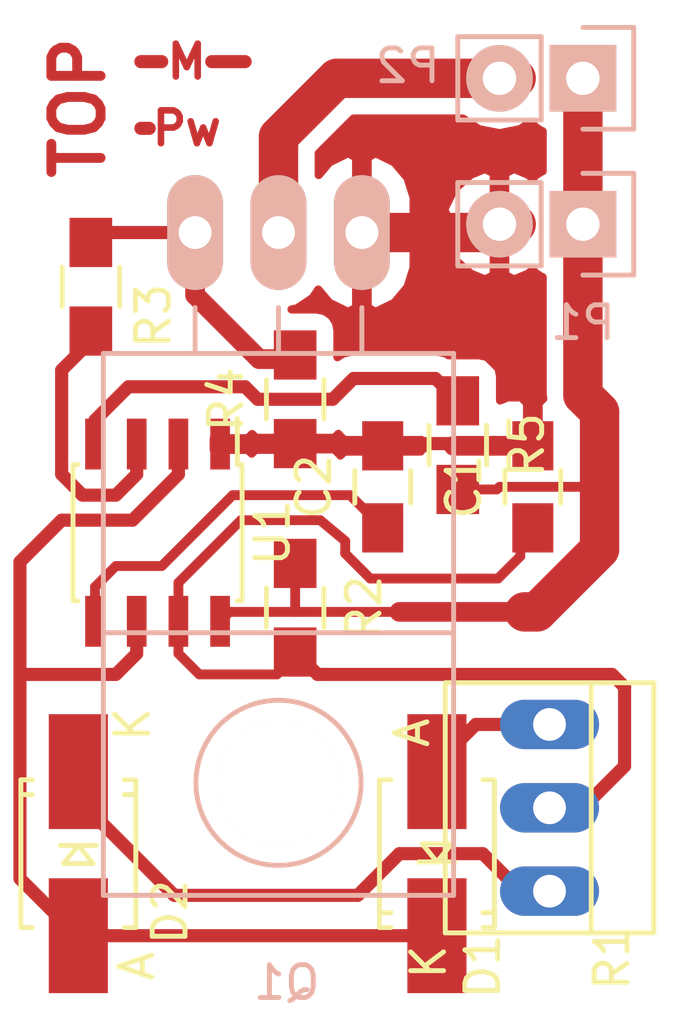
<source format=kicad_pcb>
(kicad_pcb (version 4) (host pcbnew 4.0.2-stable)

  (general
    (links 24)
    (no_connects 1)
    (area 170.460999 93.879999 190.981001 125.068001)
    (thickness 1.6)
    (drawings 8)
    (tracks 107)
    (zones 0)
    (modules 13)
    (nets 11)
  )

  (page A4)
  (layers
    (0 F.Cu signal)
    (31 B.Cu signal)
    (32 B.Adhes user)
    (33 F.Adhes user)
    (34 B.Paste user)
    (35 F.Paste user)
    (36 B.SilkS user)
    (37 F.SilkS user)
    (38 B.Mask user)
    (39 F.Mask user)
    (40 Dwgs.User user)
    (41 Cmts.User user)
    (42 Eco1.User user)
    (43 Eco2.User user)
    (44 Edge.Cuts user)
    (45 Margin user)
    (46 B.CrtYd user)
    (47 F.CrtYd user)
    (48 B.Fab user)
    (49 F.Fab user)
  )

  (setup
    (last_trace_width 0.4)
    (user_trace_width 0.3)
    (user_trace_width 0.4)
    (user_trace_width 0.5)
    (user_trace_width 0.6)
    (user_trace_width 0.8)
    (user_trace_width 1)
    (user_trace_width 1.2)
    (user_trace_width 1.5)
    (trace_clearance 0.15)
    (zone_clearance 0.5)
    (zone_45_only no)
    (trace_min 0.2)
    (segment_width 0.2)
    (edge_width 0.15)
    (via_size 0.6)
    (via_drill 0.4)
    (via_min_size 0.4)
    (via_min_drill 0.3)
    (uvia_size 0.3)
    (uvia_drill 0.1)
    (uvias_allowed no)
    (uvia_min_size 0.2)
    (uvia_min_drill 0.1)
    (pcb_text_width 0.3)
    (pcb_text_size 1.5 1.5)
    (mod_edge_width 0.15)
    (mod_text_size 1 1)
    (mod_text_width 0.15)
    (pad_size 5.6 5.6)
    (pad_drill 3.2)
    (pad_to_mask_clearance 0.2)
    (aux_axis_origin 0 0)
    (visible_elements 7FFFFFFF)
    (pcbplotparams
      (layerselection 0x02030_80000001)
      (usegerberextensions false)
      (excludeedgelayer true)
      (linewidth 0.100000)
      (plotframeref true)
      (viasonmask false)
      (mode 1)
      (useauxorigin false)
      (hpglpennumber 1)
      (hpglpenspeed 20)
      (hpglpendiameter 15)
      (hpglpenoverlay 2)
      (psnegative false)
      (psa4output false)
      (plotreference true)
      (plotvalue true)
      (plotinvisibletext false)
      (padsonsilk false)
      (subtractmaskfromsilk false)
      (outputformat 5)
      (mirror false)
      (drillshape 1)
      (scaleselection 1)
      (outputdirectory ""))
  )

  (net 0 "")
  (net 1 VCC)
  (net 2 GND)
  (net 3 "Net-(P2-Pad2)")
  (net 4 "Net-(D1-Pad2)")
  (net 5 "Net-(C1-Pad1)")
  (net 6 "Net-(D2-Pad1)")
  (net 7 "Net-(R3-Pad2)")
  (net 8 "Net-(D1-Pad1)")
  (net 9 "Net-(C2-Pad1)")
  (net 10 "Net-(Q1-Pad1)")

  (net_class Default "This is the default net class."
    (clearance 0.15)
    (trace_width 0.4)
    (via_dia 0.6)
    (via_drill 0.4)
    (uvia_dia 0.3)
    (uvia_drill 0.1)
    (add_net "Net-(C1-Pad1)")
    (add_net "Net-(C2-Pad1)")
    (add_net "Net-(D1-Pad1)")
    (add_net "Net-(D1-Pad2)")
    (add_net "Net-(D2-Pad1)")
    (add_net "Net-(Q1-Pad1)")
    (add_net "Net-(R3-Pad2)")
  )

  (net_class Supply ""
    (clearance 0.3)
    (trace_width 1.2)
    (via_dia 1)
    (via_drill 0.6)
    (uvia_dia 0.3)
    (uvia_drill 0.1)
    (add_net GND)
    (add_net "Net-(P2-Pad2)")
    (add_net VCC)
  )

  (module Resistors_SMD:R_0805_HandSoldering (layer F.Cu) (tedit 57A5CBF5) (tstamp 5787FF81)
    (at 173.228 102.616 270)
    (descr "Resistor SMD 0805, hand soldering")
    (tags "resistor 0805")
    (path /578804E9)
    (attr smd)
    (fp_text reference R3 (at 0.889 -1.905 270) (layer F.SilkS)
      (effects (font (size 1 1) (thickness 0.15)))
    )
    (fp_text value 330 (at 0 1.397 270) (layer F.Fab)
      (effects (font (size 1 1) (thickness 0.15)))
    )
    (fp_line (start -2.4 -1) (end 2.4 -1) (layer F.CrtYd) (width 0.05))
    (fp_line (start -2.4 1) (end 2.4 1) (layer F.CrtYd) (width 0.05))
    (fp_line (start -2.4 -1) (end -2.4 1) (layer F.CrtYd) (width 0.05))
    (fp_line (start 2.4 -1) (end 2.4 1) (layer F.CrtYd) (width 0.05))
    (fp_line (start 0.6 0.875) (end -0.6 0.875) (layer F.SilkS) (width 0.15))
    (fp_line (start -0.6 -0.875) (end 0.6 -0.875) (layer F.SilkS) (width 0.15))
    (pad 1 smd rect (at -1.35 0 270) (size 1.5 1.3) (layers F.Cu F.Paste F.Mask)
      (net 10 "Net-(Q1-Pad1)"))
    (pad 2 smd rect (at 1.35 0 270) (size 1.5 1.3) (layers F.Cu F.Paste F.Mask)
      (net 7 "Net-(R3-Pad2)"))
    (model Resistors_SMD.3dshapes/R_0805_HandSoldering.wrl
      (at (xyz 0 0 0))
      (scale (xyz 1 1 1))
      (rotate (xyz 0 0 0))
    )
  )

  (module Pin_Headers:Pin_Header_Straight_1x02 (layer B.Cu) (tedit 57A5CC6A) (tstamp 5787FF68)
    (at 188.214 100.711 90)
    (descr "Through hole pin header")
    (tags "pin header")
    (path /57880B28)
    (fp_text reference P1 (at -3 0 360) (layer B.SilkS)
      (effects (font (size 1 1) (thickness 0.15)) (justify mirror))
    )
    (fp_text value Power (at -2.413 -3.556 180) (layer B.Fab)
      (effects (font (size 1 1) (thickness 0.15)) (justify mirror))
    )
    (fp_line (start 1.27 -1.27) (end 1.27 -3.81) (layer B.SilkS) (width 0.15))
    (fp_line (start 1.55 1.55) (end 1.55 0) (layer B.SilkS) (width 0.15))
    (fp_line (start -1.75 1.75) (end -1.75 -4.3) (layer B.CrtYd) (width 0.05))
    (fp_line (start 1.75 1.75) (end 1.75 -4.3) (layer B.CrtYd) (width 0.05))
    (fp_line (start -1.75 1.75) (end 1.75 1.75) (layer B.CrtYd) (width 0.05))
    (fp_line (start -1.75 -4.3) (end 1.75 -4.3) (layer B.CrtYd) (width 0.05))
    (fp_line (start 1.27 -1.27) (end -1.27 -1.27) (layer B.SilkS) (width 0.15))
    (fp_line (start -1.55 0) (end -1.55 1.55) (layer B.SilkS) (width 0.15))
    (fp_line (start -1.55 1.55) (end 1.55 1.55) (layer B.SilkS) (width 0.15))
    (fp_line (start -1.27 -1.27) (end -1.27 -3.81) (layer B.SilkS) (width 0.15))
    (fp_line (start -1.27 -3.81) (end 1.27 -3.81) (layer B.SilkS) (width 0.15))
    (pad 1 thru_hole rect (at 0 0 90) (size 2.032 2.032) (drill 1.016) (layers *.Cu *.Mask B.SilkS)
      (net 1 VCC))
    (pad 2 thru_hole oval (at 0 -2.54 90) (size 2.032 2.032) (drill 1.016) (layers *.Cu *.Mask B.SilkS)
      (net 2 GND))
    (model Pin_Headers.3dshapes/Pin_Header_Straight_1x02.wrl
      (at (xyz 0 -0.05 0))
      (scale (xyz 1 1 1))
      (rotate (xyz 0 0 90))
    )
  )

  (module Housings_SOIC:SOIC-8_3.9x4.9mm_Pitch1.27mm (layer F.Cu) (tedit 54130A77) (tstamp 5788036F)
    (at 175.26 110.109 270)
    (descr "8-Lead Plastic Small Outline (SN) - Narrow, 3.90 mm Body [SOIC] (see Microchip Packaging Specification 00000049BS.pdf)")
    (tags "SOIC 1.27")
    (path /5787F617)
    (attr smd)
    (fp_text reference U1 (at 0 -3.5 270) (layer F.SilkS)
      (effects (font (size 1 1) (thickness 0.15)))
    )
    (fp_text value LM555N (at 0 3.5 270) (layer F.Fab)
      (effects (font (size 1 1) (thickness 0.15)))
    )
    (fp_line (start -3.75 -2.75) (end -3.75 2.75) (layer F.CrtYd) (width 0.05))
    (fp_line (start 3.75 -2.75) (end 3.75 2.75) (layer F.CrtYd) (width 0.05))
    (fp_line (start -3.75 -2.75) (end 3.75 -2.75) (layer F.CrtYd) (width 0.05))
    (fp_line (start -3.75 2.75) (end 3.75 2.75) (layer F.CrtYd) (width 0.05))
    (fp_line (start -2.075 -2.575) (end -2.075 -2.43) (layer F.SilkS) (width 0.15))
    (fp_line (start 2.075 -2.575) (end 2.075 -2.43) (layer F.SilkS) (width 0.15))
    (fp_line (start 2.075 2.575) (end 2.075 2.43) (layer F.SilkS) (width 0.15))
    (fp_line (start -2.075 2.575) (end -2.075 2.43) (layer F.SilkS) (width 0.15))
    (fp_line (start -2.075 -2.575) (end 2.075 -2.575) (layer F.SilkS) (width 0.15))
    (fp_line (start -2.075 2.575) (end 2.075 2.575) (layer F.SilkS) (width 0.15))
    (fp_line (start -2.075 -2.43) (end -3.475 -2.43) (layer F.SilkS) (width 0.15))
    (pad 1 smd rect (at -2.7 -1.905 270) (size 1.55 0.6) (layers F.Cu F.Paste F.Mask)
      (net 2 GND))
    (pad 2 smd rect (at -2.7 -0.635 270) (size 1.55 0.6) (layers F.Cu F.Paste F.Mask)
      (net 8 "Net-(D1-Pad1)"))
    (pad 3 smd rect (at -2.7 0.635 270) (size 1.55 0.6) (layers F.Cu F.Paste F.Mask)
      (net 7 "Net-(R3-Pad2)"))
    (pad 4 smd rect (at -2.7 1.905 270) (size 1.55 0.6) (layers F.Cu F.Paste F.Mask)
      (net 1 VCC))
    (pad 5 smd rect (at 2.7 1.905 270) (size 1.55 0.6) (layers F.Cu F.Paste F.Mask)
      (net 9 "Net-(C2-Pad1)"))
    (pad 6 smd rect (at 2.7 0.635 270) (size 1.55 0.6) (layers F.Cu F.Paste F.Mask)
      (net 8 "Net-(D1-Pad1)"))
    (pad 7 smd rect (at 2.7 -0.635 270) (size 1.55 0.6) (layers F.Cu F.Paste F.Mask)
      (net 5 "Net-(C1-Pad1)"))
    (pad 8 smd rect (at 2.7 -1.905 270) (size 1.55 0.6) (layers F.Cu F.Paste F.Mask)
      (net 1 VCC))
    (model Housings_SOIC.3dshapes/SOIC-8_3.9x4.9mm_Pitch1.27mm.wrl
      (at (xyz 0 0 0))
      (scale (xyz 1 1 1))
      (rotate (xyz 0 0 0))
    )
  )

  (module Pin_Headers:Pin_Header_Straight_1x02 (layer B.Cu) (tedit 57A5CC0A) (tstamp 5787FF6E)
    (at 188.214 96.266 90)
    (descr "Through hole pin header")
    (tags "pin header")
    (path /5788088C)
    (fp_text reference P2 (at 0.381 -5.334 360) (layer B.SilkS)
      (effects (font (size 1 1) (thickness 0.15)) (justify mirror))
    )
    (fp_text value Motor (at -0.889 -5.969 180) (layer B.Fab)
      (effects (font (size 1 1) (thickness 0.15)) (justify mirror))
    )
    (fp_line (start 1.27 -1.27) (end 1.27 -3.81) (layer B.SilkS) (width 0.15))
    (fp_line (start 1.55 1.55) (end 1.55 0) (layer B.SilkS) (width 0.15))
    (fp_line (start -1.75 1.75) (end -1.75 -4.3) (layer B.CrtYd) (width 0.05))
    (fp_line (start 1.75 1.75) (end 1.75 -4.3) (layer B.CrtYd) (width 0.05))
    (fp_line (start -1.75 1.75) (end 1.75 1.75) (layer B.CrtYd) (width 0.05))
    (fp_line (start -1.75 -4.3) (end 1.75 -4.3) (layer B.CrtYd) (width 0.05))
    (fp_line (start 1.27 -1.27) (end -1.27 -1.27) (layer B.SilkS) (width 0.15))
    (fp_line (start -1.55 0) (end -1.55 1.55) (layer B.SilkS) (width 0.15))
    (fp_line (start -1.55 1.55) (end 1.55 1.55) (layer B.SilkS) (width 0.15))
    (fp_line (start -1.27 -1.27) (end -1.27 -3.81) (layer B.SilkS) (width 0.15))
    (fp_line (start -1.27 -3.81) (end 1.27 -3.81) (layer B.SilkS) (width 0.15))
    (pad 1 thru_hole rect (at 0 0 90) (size 2.032 2.032) (drill 1.016) (layers *.Cu *.Mask B.SilkS)
      (net 1 VCC))
    (pad 2 thru_hole oval (at 0 -2.54 90) (size 2.032 2.032) (drill 1.016) (layers *.Cu *.Mask B.SilkS)
      (net 3 "Net-(P2-Pad2)"))
    (model Pin_Headers.3dshapes/Pin_Header_Straight_1x02.wrl
      (at (xyz 0 -0.05 0))
      (scale (xyz 1 1 1))
      (rotate (xyz 0 0 90))
    )
  )

  (module Connect:PINHEAD1-3 (layer F.Cu) (tedit 57A5CCA4) (tstamp 5787FF75)
    (at 187.198 118.491 270)
    (path /5787FB17)
    (attr virtual)
    (fp_text reference R1 (at 4.572 -1.905 270) (layer F.SilkS)
      (effects (font (size 1 1) (thickness 0.15)))
    )
    (fp_text value 100k (at 0 3.81 270) (layer F.Fab)
      (effects (font (size 1 1) (thickness 0.15)))
    )
    (fp_line (start -3.81 -3.175) (end -3.81 3.175) (layer F.SilkS) (width 0.15))
    (fp_line (start 3.81 -3.175) (end 3.81 3.175) (layer F.SilkS) (width 0.15))
    (fp_line (start 3.81 -1.27) (end -3.81 -1.27) (layer F.SilkS) (width 0.15))
    (fp_line (start -3.81 -3.175) (end 3.81 -3.175) (layer F.SilkS) (width 0.15))
    (fp_line (start 3.81 3.175) (end -3.81 3.175) (layer F.SilkS) (width 0.15))
    (pad 1 thru_hole oval (at -2.54 0 270) (size 1.50622 3.01498) (drill 0.99822) (layers *.Cu *.Mask)
      (net 4 "Net-(D1-Pad2)"))
    (pad 2 thru_hole oval (at 0 0 270) (size 1.50622 3.01498) (drill 0.99822) (layers *.Cu *.Mask)
      (net 5 "Net-(C1-Pad1)"))
    (pad 3 thru_hole oval (at 2.54 0 270) (size 1.50622 3.01498) (drill 0.99822) (layers *.Cu *.Mask)
      (net 6 "Net-(D2-Pad1)"))
  )

  (module Resistors_SMD:R_0805_HandSoldering (layer F.Cu) (tedit 54189DEE) (tstamp 5787FF7B)
    (at 179.451 112.395 270)
    (descr "Resistor SMD 0805, hand soldering")
    (tags "resistor 0805")
    (path /5787FDA1)
    (attr smd)
    (fp_text reference R2 (at 0 -2.1 270) (layer F.SilkS)
      (effects (font (size 1 1) (thickness 0.15)))
    )
    (fp_text value 1k (at 0 2.1 270) (layer F.Fab)
      (effects (font (size 1 1) (thickness 0.15)))
    )
    (fp_line (start -2.4 -1) (end 2.4 -1) (layer F.CrtYd) (width 0.05))
    (fp_line (start -2.4 1) (end 2.4 1) (layer F.CrtYd) (width 0.05))
    (fp_line (start -2.4 -1) (end -2.4 1) (layer F.CrtYd) (width 0.05))
    (fp_line (start 2.4 -1) (end 2.4 1) (layer F.CrtYd) (width 0.05))
    (fp_line (start 0.6 0.875) (end -0.6 0.875) (layer F.SilkS) (width 0.15))
    (fp_line (start -0.6 -0.875) (end 0.6 -0.875) (layer F.SilkS) (width 0.15))
    (pad 1 smd rect (at -1.35 0 270) (size 1.5 1.3) (layers F.Cu F.Paste F.Mask)
      (net 1 VCC))
    (pad 2 smd rect (at 1.35 0 270) (size 1.5 1.3) (layers F.Cu F.Paste F.Mask)
      (net 5 "Net-(C1-Pad1)"))
    (model Resistors_SMD.3dshapes/R_0805_HandSoldering.wrl
      (at (xyz 0 0 0))
      (scale (xyz 1 1 1))
      (rotate (xyz 0 0 0))
    )
  )

  (module Resistors_SMD:R_0805_HandSoldering (layer F.Cu) (tedit 57896962) (tstamp 5787FF87)
    (at 179.451 106.045 90)
    (descr "Resistor SMD 0805, hand soldering")
    (tags "resistor 0805")
    (path /57881EB0)
    (attr smd)
    (fp_text reference R4 (at 0 -2.1 90) (layer F.SilkS)
      (effects (font (size 1 1) (thickness 0.15)))
    )
    (fp_text value 470k (at 0 2.1 180) (layer F.Fab)
      (effects (font (size 1 1) (thickness 0.15)))
    )
    (fp_line (start -2.4 -1) (end 2.4 -1) (layer F.CrtYd) (width 0.05))
    (fp_line (start -2.4 1) (end 2.4 1) (layer F.CrtYd) (width 0.05))
    (fp_line (start -2.4 -1) (end -2.4 1) (layer F.CrtYd) (width 0.05))
    (fp_line (start 2.4 -1) (end 2.4 1) (layer F.CrtYd) (width 0.05))
    (fp_line (start 0.6 0.875) (end -0.6 0.875) (layer F.SilkS) (width 0.15))
    (fp_line (start -0.6 -0.875) (end 0.6 -0.875) (layer F.SilkS) (width 0.15))
    (pad 1 smd rect (at -1.35 0 90) (size 1.5 1.3) (layers F.Cu F.Paste F.Mask)
      (net 2 GND))
    (pad 2 smd rect (at 1.35 0 90) (size 1.5 1.3) (layers F.Cu F.Paste F.Mask)
      (net 10 "Net-(Q1-Pad1)"))
    (model Resistors_SMD.3dshapes/R_0805_HandSoldering.wrl
      (at (xyz 0 0 0))
      (scale (xyz 1 1 1))
      (rotate (xyz 0 0 0))
    )
  )

  (module Capacitors_SMD:C_0805_HandSoldering (layer F.Cu) (tedit 541A9B8D) (tstamp 578801A0)
    (at 186.69 108.712 90)
    (descr "Capacitor SMD 0805, hand soldering")
    (tags "capacitor 0805")
    (path /57880124)
    (attr smd)
    (fp_text reference C1 (at 0 -2.1 90) (layer F.SilkS)
      (effects (font (size 1 1) (thickness 0.15)))
    )
    (fp_text value 103 (at 0 2.1 90) (layer F.Fab)
      (effects (font (size 1 1) (thickness 0.15)))
    )
    (fp_line (start -2.3 -1) (end 2.3 -1) (layer F.CrtYd) (width 0.05))
    (fp_line (start -2.3 1) (end 2.3 1) (layer F.CrtYd) (width 0.05))
    (fp_line (start -2.3 -1) (end -2.3 1) (layer F.CrtYd) (width 0.05))
    (fp_line (start 2.3 -1) (end 2.3 1) (layer F.CrtYd) (width 0.05))
    (fp_line (start 0.5 -0.85) (end -0.5 -0.85) (layer F.SilkS) (width 0.15))
    (fp_line (start -0.5 0.85) (end 0.5 0.85) (layer F.SilkS) (width 0.15))
    (pad 1 smd rect (at -1.25 0 90) (size 1.5 1.25) (layers F.Cu F.Paste F.Mask)
      (net 5 "Net-(C1-Pad1)"))
    (pad 2 smd rect (at 1.25 0 90) (size 1.5 1.25) (layers F.Cu F.Paste F.Mask)
      (net 2 GND))
    (model Capacitors_SMD.3dshapes/C_0805_HandSoldering.wrl
      (at (xyz 0 0 0))
      (scale (xyz 1 1 1))
      (rotate (xyz 0 0 0))
    )
  )

  (module Capacitors_SMD:C_0805_HandSoldering (layer F.Cu) (tedit 541A9B8D) (tstamp 578801AC)
    (at 182.118 108.712 90)
    (descr "Capacitor SMD 0805, hand soldering")
    (tags "capacitor 0805")
    (path /578800CD)
    (attr smd)
    (fp_text reference C2 (at 0 -2.1 90) (layer F.SilkS)
      (effects (font (size 1 1) (thickness 0.15)))
    )
    (fp_text value 104 (at 0 2.1 90) (layer F.Fab)
      (effects (font (size 1 1) (thickness 0.15)))
    )
    (fp_line (start -2.3 -1) (end 2.3 -1) (layer F.CrtYd) (width 0.05))
    (fp_line (start -2.3 1) (end 2.3 1) (layer F.CrtYd) (width 0.05))
    (fp_line (start -2.3 -1) (end -2.3 1) (layer F.CrtYd) (width 0.05))
    (fp_line (start 2.3 -1) (end 2.3 1) (layer F.CrtYd) (width 0.05))
    (fp_line (start 0.5 -0.85) (end -0.5 -0.85) (layer F.SilkS) (width 0.15))
    (fp_line (start -0.5 0.85) (end 0.5 0.85) (layer F.SilkS) (width 0.15))
    (pad 1 smd rect (at -1.25 0 90) (size 1.5 1.25) (layers F.Cu F.Paste F.Mask)
      (net 9 "Net-(C2-Pad1)"))
    (pad 2 smd rect (at 1.25 0 90) (size 1.5 1.25) (layers F.Cu F.Paste F.Mask)
      (net 2 GND))
    (model Capacitors_SMD.3dshapes/C_0805_HandSoldering.wrl
      (at (xyz 0 0 0))
      (scale (xyz 1 1 1))
      (rotate (xyz 0 0 0))
    )
  )

  (module Diodes_SMD:SMA_Handsoldering (layer F.Cu) (tedit 57A5CCB0) (tstamp 578801B2)
    (at 183.769 119.888 90)
    (descr "Diode SMA Handsoldering")
    (tags "Diode SMA Handsoldering")
    (path /5787F68E)
    (attr smd)
    (fp_text reference D1 (at -3.429 1.397 90) (layer F.SilkS)
      (effects (font (size 1 1) (thickness 0.15)))
    )
    (fp_text value 1N4148 (at -1.524 -2.286 90) (layer F.Fab)
      (effects (font (size 1 1) (thickness 0.15)))
    )
    (fp_line (start -4.5 -2) (end 4.5 -2) (layer F.CrtYd) (width 0.05))
    (fp_line (start 4.5 -2) (end 4.5 2) (layer F.CrtYd) (width 0.05))
    (fp_line (start 4.5 2) (end -4.5 2) (layer F.CrtYd) (width 0.05))
    (fp_line (start -4.5 2) (end -4.5 -2) (layer F.CrtYd) (width 0.05))
    (fp_line (start -0.25 0) (end 0.3 -0.45) (layer F.SilkS) (width 0.15))
    (fp_line (start 0.3 -0.45) (end 0.3 0.45) (layer F.SilkS) (width 0.15))
    (fp_line (start 0.3 0.45) (end -0.25 0) (layer F.SilkS) (width 0.15))
    (fp_line (start -0.25 -0.55) (end -0.25 0.55) (layer F.SilkS) (width 0.15))
    (fp_text user K (at -3.302 -0.254 90) (layer F.SilkS)
      (effects (font (size 1 1) (thickness 0.15)))
    )
    (fp_text user A (at 3.683 -0.762 90) (layer F.SilkS)
      (effects (font (size 1 1) (thickness 0.15)))
    )
    (fp_line (start -1.79914 1.75006) (end -1.79914 1.39954) (layer F.SilkS) (width 0.15))
    (fp_line (start -1.79914 -1.75006) (end -1.79914 -1.39954) (layer F.SilkS) (width 0.15))
    (fp_line (start 2.25044 1.75006) (end 2.25044 1.39954) (layer F.SilkS) (width 0.15))
    (fp_line (start -2.25044 1.75006) (end -2.25044 1.39954) (layer F.SilkS) (width 0.15))
    (fp_line (start -2.25044 -1.75006) (end -2.25044 -1.39954) (layer F.SilkS) (width 0.15))
    (fp_line (start 2.25044 -1.75006) (end 2.25044 -1.39954) (layer F.SilkS) (width 0.15))
    (fp_line (start -2.25044 1.75006) (end 2.25044 1.75006) (layer F.SilkS) (width 0.15))
    (fp_line (start -2.25044 -1.75006) (end 2.25044 -1.75006) (layer F.SilkS) (width 0.15))
    (pad 1 smd rect (at -2.49936 0 90) (size 3.50012 1.80086) (layers F.Cu F.Paste F.Mask)
      (net 8 "Net-(D1-Pad1)"))
    (pad 2 smd rect (at 2.49936 0 90) (size 3.50012 1.80086) (layers F.Cu F.Paste F.Mask)
      (net 4 "Net-(D1-Pad2)"))
    (model Diodes_SMD.3dshapes/SMA_Handsoldering.wrl
      (at (xyz 0 0 0))
      (scale (xyz 0.3937 0.3937 0.3937))
      (rotate (xyz 0 0 180))
    )
  )

  (module Diodes_SMD:SMA_Handsoldering (layer F.Cu) (tedit 57A5CC94) (tstamp 578801B8)
    (at 172.847 119.888 270)
    (descr "Diode SMA Handsoldering")
    (tags "Diode SMA Handsoldering")
    (path /5787FA41)
    (attr smd)
    (fp_text reference D2 (at 1.778 -2.794 270) (layer F.SilkS)
      (effects (font (size 1 1) (thickness 0.15)))
    )
    (fp_text value 1N4148 (at -2.413 -2.794 270) (layer F.Fab)
      (effects (font (size 1 1) (thickness 0.15)))
    )
    (fp_line (start -4.5 -2) (end 4.5 -2) (layer F.CrtYd) (width 0.05))
    (fp_line (start 4.5 -2) (end 4.5 2) (layer F.CrtYd) (width 0.05))
    (fp_line (start 4.5 2) (end -4.5 2) (layer F.CrtYd) (width 0.05))
    (fp_line (start -4.5 2) (end -4.5 -2) (layer F.CrtYd) (width 0.05))
    (fp_line (start -0.25 0) (end 0.3 -0.45) (layer F.SilkS) (width 0.15))
    (fp_line (start 0.3 -0.45) (end 0.3 0.45) (layer F.SilkS) (width 0.15))
    (fp_line (start 0.3 0.45) (end -0.25 0) (layer F.SilkS) (width 0.15))
    (fp_line (start -0.25 -0.55) (end -0.25 0.55) (layer F.SilkS) (width 0.15))
    (fp_text user K (at -3.937 -1.651 270) (layer F.SilkS)
      (effects (font (size 1 1) (thickness 0.15)))
    )
    (fp_text user A (at 3.429 -1.778 270) (layer F.SilkS)
      (effects (font (size 1 1) (thickness 0.15)))
    )
    (fp_line (start -1.79914 1.75006) (end -1.79914 1.39954) (layer F.SilkS) (width 0.15))
    (fp_line (start -1.79914 -1.75006) (end -1.79914 -1.39954) (layer F.SilkS) (width 0.15))
    (fp_line (start 2.25044 1.75006) (end 2.25044 1.39954) (layer F.SilkS) (width 0.15))
    (fp_line (start -2.25044 1.75006) (end -2.25044 1.39954) (layer F.SilkS) (width 0.15))
    (fp_line (start -2.25044 -1.75006) (end -2.25044 -1.39954) (layer F.SilkS) (width 0.15))
    (fp_line (start 2.25044 -1.75006) (end 2.25044 -1.39954) (layer F.SilkS) (width 0.15))
    (fp_line (start -2.25044 1.75006) (end 2.25044 1.75006) (layer F.SilkS) (width 0.15))
    (fp_line (start -2.25044 -1.75006) (end 2.25044 -1.75006) (layer F.SilkS) (width 0.15))
    (pad 1 smd rect (at -2.49936 0 270) (size 3.50012 1.80086) (layers F.Cu F.Paste F.Mask)
      (net 6 "Net-(D2-Pad1)"))
    (pad 2 smd rect (at 2.49936 0 270) (size 3.50012 1.80086) (layers F.Cu F.Paste F.Mask)
      (net 8 "Net-(D1-Pad1)"))
    (model Diodes_SMD.3dshapes/SMA_Handsoldering.wrl
      (at (xyz 0 0 0))
      (scale (xyz 0.3937 0.3937 0.3937))
      (rotate (xyz 0 0 180))
    )
  )

  (module Resistors_SMD:R_0805_HandSoldering (layer F.Cu) (tedit 54189DEE) (tstamp 57896C09)
    (at 184.404 107.442 270)
    (descr "Resistor SMD 0805, hand soldering")
    (tags "resistor 0805")
    (path /57896C45)
    (attr smd)
    (fp_text reference R5 (at 0 -2.1 270) (layer F.SilkS)
      (effects (font (size 1 1) (thickness 0.15)))
    )
    (fp_text value 0R (at 0 2.1 270) (layer F.Fab)
      (effects (font (size 1 1) (thickness 0.15)))
    )
    (fp_line (start -2.4 -1) (end 2.4 -1) (layer F.CrtYd) (width 0.05))
    (fp_line (start -2.4 1) (end 2.4 1) (layer F.CrtYd) (width 0.05))
    (fp_line (start -2.4 -1) (end -2.4 1) (layer F.CrtYd) (width 0.05))
    (fp_line (start 2.4 -1) (end 2.4 1) (layer F.CrtYd) (width 0.05))
    (fp_line (start 0.6 0.875) (end -0.6 0.875) (layer F.SilkS) (width 0.15))
    (fp_line (start -0.6 -0.875) (end 0.6 -0.875) (layer F.SilkS) (width 0.15))
    (pad 1 smd rect (at -1.35 0 270) (size 1.5 1.3) (layers F.Cu F.Paste F.Mask)
      (net 1 VCC))
    (pad 2 smd rect (at 1.35 0 270) (size 1.5 1.3) (layers F.Cu F.Paste F.Mask)
      (net 1 VCC))
    (model Resistors_SMD.3dshapes/R_0805_HandSoldering.wrl
      (at (xyz 0 0 0))
      (scale (xyz 1 1 1))
      (rotate (xyz 0 0 0))
    )
  )

  (module TO_SOT_Packages_THT:TO-220_Neutral123_Horizontal_LargePads (layer B.Cu) (tedit 0) (tstamp 57A24A2D)
    (at 178.943 100.965)
    (descr "TO-220, Neutral, Horizontal, Large Pads,")
    (tags "TO-220, Neutral, Horizontal, Large Pads,")
    (path /57A248E8)
    (fp_text reference Q1 (at 0.24892 22.84984) (layer B.SilkS)
      (effects (font (size 1 1) (thickness 0.15)) (justify mirror))
    )
    (fp_text value IRF510 (at -0.20066 -4.24942) (layer B.Fab)
      (effects (font (size 1 1) (thickness 0.15)) (justify mirror))
    )
    (fp_line (start -2.54 3.683) (end -2.54 2.286) (layer B.SilkS) (width 0.15))
    (fp_line (start 0 3.683) (end 0 2.286) (layer B.SilkS) (width 0.15))
    (fp_line (start 2.54 3.683) (end 2.54 2.286) (layer B.SilkS) (width 0.15))
    (fp_circle (center 0 16.764) (end 1.778 14.986) (layer B.SilkS) (width 0.15))
    (fp_line (start 5.334 12.192) (end 5.334 20.193) (layer B.SilkS) (width 0.15))
    (fp_line (start 5.334 20.193) (end -5.334 20.193) (layer B.SilkS) (width 0.15))
    (fp_line (start -5.334 20.193) (end -5.334 12.192) (layer B.SilkS) (width 0.15))
    (fp_line (start 5.334 3.683) (end 5.334 12.192) (layer B.SilkS) (width 0.15))
    (fp_line (start 5.334 12.192) (end -5.334 12.192) (layer B.SilkS) (width 0.15))
    (fp_line (start -5.334 12.192) (end -5.334 3.683) (layer B.SilkS) (width 0.15))
    (fp_line (start 0 3.683) (end -5.334 3.683) (layer B.SilkS) (width 0.15))
    (fp_line (start 0 3.683) (end 5.334 3.683) (layer B.SilkS) (width 0.15))
    (pad 2 thru_hole oval (at 0 0 270) (size 3.50012 1.69926) (drill 1.00076) (layers *.Cu *.Mask B.SilkS)
      (net 3 "Net-(P2-Pad2)"))
    (pad 1 thru_hole oval (at -2.54 0 270) (size 3.50012 1.69926) (drill 1.00076) (layers *.Cu *.Mask B.SilkS)
      (net 10 "Net-(Q1-Pad1)"))
    (pad 3 thru_hole oval (at 2.54 0 270) (size 3.50012 1.69926) (drill 1.00076) (layers *.Cu *.Mask B.SilkS)
      (net 2 GND))
    (pad "" np_thru_hole circle (at 0 16.764 270) (size 3.79984 3.79984) (drill 3.79984) (layers *.Cu *.Mask B.SilkS))
    (model TO_SOT_Packages_THT.3dshapes/TO-220_Neutral123_Horizontal_LargePads.wrl
      (at (xyz 0 0 0))
      (scale (xyz 0.3937 0.3937 0.3937))
      (rotate (xyz 0 0 0))
    )
  )

  (gr_line (start 190.246 124.714) (end 190.246 124.587) (angle 90) (layer Margin) (width 0.2))
  (gr_line (start 170.561 124.714) (end 190.246 124.714) (angle 90) (layer Margin) (width 0.2))
  (gr_line (start 170.561 93.98) (end 170.561 124.968) (angle 90) (layer Margin) (width 0.2))
  (gr_line (start 190.246 93.98) (end 190.246 124.968) (angle 90) (layer Margin) (width 0.2))
  (gr_line (start 170.561 93.98) (end 190.881 93.98) (angle 90) (layer Margin) (width 0.2))
  (gr_text Pw (at 176.149 97.79) (layer F.Cu)
    (effects (font (size 1 1) (thickness 0.2)))
  )
  (gr_text M (at 176.149 95.758) (layer F.Cu)
    (effects (font (size 1 1) (thickness 0.2)))
  )
  (gr_text TOP (at 172.847 97.155 90) (layer F.Cu)
    (effects (font (size 1.5 1.5) (thickness 0.3)))
  )

  (segment (start 175.006 97.79) (end 174.752 97.79) (width 0.4) (layer F.Cu) (net 0))
  (segment (start 176.911 95.758) (end 177.927 95.758) (width 0.4) (layer F.Cu) (net 0))
  (segment (start 175.387 95.758) (end 174.752 95.758) (width 0.4) (layer F.Cu) (net 0))
  (segment (start 188.214 100.711) (end 188.214 105.918) (width 1.2) (layer F.Cu) (net 1))
  (segment (start 188.722 106.426) (end 188.722 108.712) (width 1.2) (layer F.Cu) (net 1) (tstamp 57A26D89))
  (segment (start 188.214 105.918) (end 188.722 106.426) (width 1.2) (layer F.Cu) (net 1) (tstamp 57A26D85))
  (segment (start 188.214 96.266) (end 188.214 100.711) (width 1.2) (layer F.Cu) (net 1))
  (segment (start 184.404 108.792) (end 185.594 108.792) (width 0.3) (layer F.Cu) (net 1) (status 10))
  (segment (start 185.594 108.792) (end 185.674 108.712) (width 0.3) (layer F.Cu) (net 1) (tstamp 57A26B1D))
  (segment (start 185.674 108.712) (end 188.722 108.712) (width 0.3) (layer F.Cu) (net 1) (tstamp 57A26B23))
  (segment (start 178.308 106.045) (end 180.594 106.045) (width 0.4) (layer F.Cu) (net 1))
  (segment (start 178.308 106.045) (end 177.927 105.664) (width 0.4) (layer F.Cu) (net 1) (tstamp 57A26A49))
  (segment (start 177.927 105.664) (end 174.371 105.664) (width 0.4) (layer F.Cu) (net 1) (tstamp 57A26A52))
  (segment (start 174.371 105.664) (end 173.355 106.68) (width 0.4) (layer F.Cu) (net 1) (tstamp 57A26A56) (status 20))
  (segment (start 183.722 105.41) (end 184.404 106.092) (width 0.4) (layer F.Cu) (net 1) (tstamp 57A26AFC) (status 20))
  (segment (start 181.229 105.41) (end 183.722 105.41) (width 0.4) (layer F.Cu) (net 1) (tstamp 57A26AF9))
  (segment (start 180.594 106.045) (end 181.229 105.41) (width 0.4) (layer F.Cu) (net 1) (tstamp 57A26AF1))
  (segment (start 173.355 107.409) (end 173.355 106.68) (width 0.4) (layer F.Cu) (net 1) (status 30))
  (segment (start 188.722 108.712) (end 188.722 110.617) (width 1.2) (layer F.Cu) (net 1) (tstamp 57A26A94))
  (segment (start 188.722 110.617) (end 186.817 112.522) (width 1.2) (layer F.Cu) (net 1) (tstamp 57A2697A))
  (segment (start 186.817 112.522) (end 186.436 112.522) (width 1.2) (layer F.Cu) (net 1) (tstamp 57A2697F))
  (segment (start 186.436 112.522) (end 182.626 112.522) (width 0.6) (layer F.Cu) (net 1) (tstamp 57A26312))
  (segment (start 182.626 112.522) (end 179.451 112.522) (width 0.3) (layer F.Cu) (net 1) (tstamp 57A262B1))
  (segment (start 179.451 111.045) (end 179.451 112.522) (width 0.3) (layer F.Cu) (net 1) (status 10))
  (segment (start 177.452 112.522) (end 179.451 112.522) (width 0.3) (layer F.Cu) (net 1) (status 10))
  (segment (start 177.452 112.522) (end 177.165 112.809) (width 0.3) (layer F.Cu) (net 1) (tstamp 57A262A9) (status 30))
  (segment (start 179.705 111.045) (end 179.752 111.045) (width 0.3) (layer F.Cu) (net 1) (status 30))
  (segment (start 177.165 112.809) (end 177.165 113.284) (width 0.4) (layer F.Cu) (net 1) (status 30))
  (segment (start 183.769 103.124) (end 186.69 106.045) (width 0.4) (layer F.Cu) (net 2))
  (segment (start 183.769 100.965) (end 183.769 102.743) (width 0.6) (layer F.Cu) (net 2) (tstamp 57A268A6))
  (segment (start 183.769 102.743) (end 183.769 103.124) (width 0.4) (layer F.Cu) (net 2))
  (segment (start 186.69 106.045) (end 186.69 107.462) (width 0.4) (layer F.Cu) (net 2) (tstamp 57A26ADD) (status 20))
  (segment (start 186.309 107.462) (end 184.277 107.462) (width 0.6) (layer F.Cu) (net 2) (status 10))
  (segment (start 179.451 107.395) (end 184.21 107.395) (width 0.4) (layer F.Cu) (net 2) (status 10))
  (segment (start 184.21 107.395) (end 184.277 107.462) (width 0.3) (layer F.Cu) (net 2) (tstamp 57A26164))
  (segment (start 177.165 107.409) (end 179.437 107.409) (width 0.6) (layer F.Cu) (net 2) (status 30))
  (segment (start 179.437 107.409) (end 179.451 107.395) (width 0.3) (layer F.Cu) (net 2) (tstamp 57A2606D) (status 30))
  (segment (start 184.21 107.395) (end 184.277 107.462) (width 0.3) (layer F.Cu) (net 2) (tstamp 57A25E8C))
  (segment (start 181.483 100.965) (end 183.769 100.965) (width 1.2) (layer F.Cu) (net 2) (status 10))
  (segment (start 183.769 100.965) (end 185.928 100.965) (width 1.2) (layer F.Cu) (net 2) (tstamp 57A268A9) (status 20))
  (segment (start 185.928 100.965) (end 186.182 100.711) (width 1.2) (layer F.Cu) (net 2) (tstamp 57A25AB2) (status 30))
  (segment (start 186.182 96.266) (end 180.721 96.266) (width 1.2) (layer F.Cu) (net 3) (status 10))
  (segment (start 178.943 98.044) (end 178.943 100.965) (width 1.2) (layer F.Cu) (net 3) (tstamp 57A25AAF) (status 20))
  (segment (start 180.721 96.266) (end 178.943 98.044) (width 1.2) (layer F.Cu) (net 3) (tstamp 57A25AAE))
  (segment (start 187.198 115.951) (end 184.95264 115.951) (width 0.4) (layer F.Cu) (net 4) (status 10))
  (segment (start 184.95264 115.951) (end 183.896 117.00764) (width 0.4) (layer F.Cu) (net 4) (tstamp 57A26C86) (status 20))
  (segment (start 187.198 118.491) (end 188.214 118.491) (width 0.3) (layer F.Cu) (net 5) (status 30))
  (segment (start 188.214 118.491) (end 189.484 117.221) (width 0.4) (layer F.Cu) (net 5) (tstamp 57A26C35) (status 10))
  (segment (start 189.484 117.221) (end 189.484 114.808) (width 0.4) (layer F.Cu) (net 5) (tstamp 57A26C39))
  (segment (start 189.484 114.808) (end 189.103 114.427) (width 0.4) (layer F.Cu) (net 5) (tstamp 57A26C3D))
  (segment (start 189.103 114.427) (end 180.133 114.427) (width 0.4) (layer F.Cu) (net 5) (tstamp 57A26C3E))
  (segment (start 180.133 114.427) (end 179.451 113.745) (width 0.4) (layer F.Cu) (net 5) (tstamp 57A26C46) (status 20))
  (segment (start 175.895 112.809) (end 175.895 111.633) (width 0.3) (layer F.Cu) (net 5) (status 10))
  (segment (start 186.309 110.826336) (end 186.309 109.962) (width 0.3) (layer F.Cu) (net 5) (tstamp 57A2685D) (status 20))
  (segment (start 185.629336 111.506) (end 186.309 110.826336) (width 0.3) (layer F.Cu) (net 5) (tstamp 57A2685B))
  (segment (start 181.737 111.506) (end 185.629336 111.506) (width 0.3) (layer F.Cu) (net 5) (tstamp 57A26858))
  (segment (start 180.975 110.744) (end 181.737 111.506) (width 0.3) (layer F.Cu) (net 5) (tstamp 57A26856))
  (segment (start 180.975 110.363) (end 180.975 110.744) (width 0.3) (layer F.Cu) (net 5) (tstamp 57A26851))
  (segment (start 180.213 109.728) (end 180.975 110.363) (width 0.3) (layer F.Cu) (net 5) (tstamp 57A2684F))
  (segment (start 177.8 109.728) (end 180.213 109.728) (width 0.3) (layer F.Cu) (net 5) (tstamp 57A26843))
  (segment (start 175.895 111.633) (end 177.8 109.728) (width 0.3) (layer F.Cu) (net 5) (tstamp 57A26839))
  (segment (start 175.895 112.809) (end 175.895 113.792) (width 0.3) (layer F.Cu) (net 5) (status 10))
  (segment (start 178.896 114.427) (end 179.578 113.745) (width 0.3) (layer F.Cu) (net 5) (tstamp 57A260BA) (status 30))
  (segment (start 176.53 114.427) (end 178.896 114.427) (width 0.3) (layer F.Cu) (net 5) (tstamp 57A260B8) (status 20))
  (segment (start 175.895 113.792) (end 176.53 114.427) (width 0.3) (layer F.Cu) (net 5) (tstamp 57A260B0))
  (segment (start 187.198 121.031) (end 186.309 121.031) (width 0.3) (layer F.Cu) (net 6))
  (segment (start 186.309 121.031) (end 185.166 119.888) (width 0.4) (layer F.Cu) (net 6) (tstamp 57A26CE8))
  (segment (start 185.166 119.888) (end 182.626 119.888) (width 0.4) (layer F.Cu) (net 6) (tstamp 57A26CE9))
  (segment (start 182.626 119.888) (end 181.356 121.158) (width 0.4) (layer F.Cu) (net 6) (tstamp 57A26CEA))
  (segment (start 181.356 121.158) (end 175.768 121.158) (width 0.4) (layer F.Cu) (net 6) (tstamp 57A26CEC))
  (segment (start 175.768 121.158) (end 172.847 118.237) (width 0.4) (layer F.Cu) (net 6) (tstamp 57A26CEE))
  (segment (start 172.847 118.237) (end 172.847 117.38864) (width 0.3) (layer F.Cu) (net 6) (tstamp 57A26CF1))
  (segment (start 173.228 103.966) (end 173.228 104.267) (width 0.3) (layer F.Cu) (net 7) (status 30))
  (segment (start 173.228 104.267) (end 172.339 105.156) (width 0.4) (layer F.Cu) (net 7) (tstamp 57A2623A) (status 10))
  (segment (start 172.339 105.156) (end 172.339 108.331) (width 0.4) (layer F.Cu) (net 7) (tstamp 57A2623B))
  (segment (start 174.625 107.409) (end 174.625 108.331) (width 0.4) (layer F.Cu) (net 7) (status 10))
  (segment (start 172.974 108.966) (end 172.339 108.331) (width 0.4) (layer F.Cu) (net 7) (tstamp 57A26049))
  (segment (start 173.99 108.966) (end 172.974 108.966) (width 0.4) (layer F.Cu) (net 7) (tstamp 57A26048))
  (segment (start 174.625 108.331) (end 173.99 108.966) (width 0.4) (layer F.Cu) (net 7) (tstamp 57A26047))
  (segment (start 172.847 122.38736) (end 172.80636 122.38736) (width 0.3) (layer F.Cu) (net 8))
  (segment (start 172.80636 122.38736) (end 171.069 120.65) (width 0.4) (layer F.Cu) (net 8) (tstamp 57A26D01))
  (segment (start 183.769 122.38736) (end 172.847 122.38736) (width 0.4) (layer F.Cu) (net 8))
  (segment (start 174.625 112.809) (end 174.625 113.792) (width 0.4) (layer F.Cu) (net 8) (status 10))
  (segment (start 173.99 114.427) (end 171.069 114.427) (width 0.4) (layer F.Cu) (net 8) (tstamp 57A26084))
  (segment (start 174.625 113.792) (end 173.99 114.427) (width 0.4) (layer F.Cu) (net 8) (tstamp 57A26082))
  (segment (start 175.895 107.409) (end 175.895 108.331) (width 0.4) (layer F.Cu) (net 8) (status 10))
  (segment (start 175.895 108.331) (end 174.498 109.728) (width 0.4) (layer F.Cu) (net 8) (tstamp 57A26050))
  (segment (start 174.498 109.728) (end 172.339 109.728) (width 0.4) (layer F.Cu) (net 8) (tstamp 57A26051))
  (segment (start 172.339 109.728) (end 171.069 110.998) (width 0.4) (layer F.Cu) (net 8) (tstamp 57A26053))
  (segment (start 171.069 110.998) (end 171.069 114.427) (width 0.4) (layer F.Cu) (net 8) (tstamp 57A26055))
  (segment (start 171.069 114.427) (end 171.069 120.65) (width 0.4) (layer F.Cu) (net 8) (tstamp 57A26088))
  (segment (start 174.625 112.809) (end 174.625 113.411) (width 0.4) (layer F.Cu) (net 8) (status 30))
  (segment (start 177.546 108.966) (end 181.122 108.966) (width 0.3) (layer F.Cu) (net 9))
  (segment (start 173.355 112.809) (end 173.355 111.76) (width 0.3) (layer F.Cu) (net 9) (status 10))
  (segment (start 173.355 111.76) (end 173.99 111.125) (width 0.3) (layer F.Cu) (net 9) (tstamp 57A2605C))
  (segment (start 173.99 111.125) (end 175.387 111.125) (width 0.3) (layer F.Cu) (net 9))
  (segment (start 175.387 111.125) (end 177.546 108.966) (width 0.3) (layer F.Cu) (net 9))
  (segment (start 181.122 108.966) (end 182.118 109.962) (width 0.3) (layer F.Cu) (net 9) (tstamp 57A26B3C) (status 20))
  (segment (start 173.355 112.809) (end 173.355 112.141) (width 0.3) (layer F.Cu) (net 9) (status 30))
  (segment (start 173.355 112.809) (end 173.355 112.395) (width 0.3) (layer F.Cu) (net 9) (status 30))
  (segment (start 173.342 112.796) (end 173.355 112.809) (width 0.4) (layer F.Cu) (net 9) (tstamp 57A2575D) (status 30))
  (segment (start 176.403 100.965) (end 173.529 100.965) (width 0.4) (layer F.Cu) (net 10) (status 30))
  (segment (start 173.529 100.965) (end 173.228 101.266) (width 0.3) (layer F.Cu) (net 10) (tstamp 57A2623E) (status 30))
  (segment (start 179.324 104.822) (end 178.355 104.822) (width 0.6) (layer F.Cu) (net 10) (status 10))
  (segment (start 176.403 102.87) (end 178.355 104.822) (width 0.6) (layer F.Cu) (net 10) (tstamp 57A25B2C))
  (segment (start 176.403 102.87) (end 176.403 100.965) (width 0.6) (layer F.Cu) (net 10) (status 20))
  (segment (start 179.324 104.822) (end 179.451 104.695) (width 0.3) (layer F.Cu) (net 10) (tstamp 57A26072) (status 30))

  (zone (net 2) (net_name GND) (layer F.Cu) (tstamp 57A5CB41) (hatch edge 0.508)
    (connect_pads (clearance 0.5))
    (min_thickness 0.25)
    (fill yes (arc_segments 16) (thermal_gap 0.6) (thermal_bridge_width 0.6))
    (polygon
      (pts
        (xy 189.992 124.333) (xy 170.942 124.333) (xy 170.942 94.615) (xy 189.738 94.615) (xy 189.992 124.333)
      )
    )
    (filled_polygon
      (pts
        (xy 180.768 107.10575) (xy 180.94925 107.287) (xy 181.943 107.287) (xy 181.943 107.267) (xy 182.293 107.267)
        (xy 182.293 107.287) (xy 183.28675 107.287) (xy 183.293382 107.280368) (xy 183.297219 107.286332) (xy 183.506076 107.429038)
        (xy 183.563333 107.440633) (xy 183.522389 107.448337) (xy 183.309668 107.585219) (xy 183.274288 107.637) (xy 182.293 107.637)
        (xy 182.293 107.657) (xy 181.943 107.657) (xy 181.943 107.637) (xy 180.94925 107.637) (xy 180.826 107.76025)
        (xy 180.826 107.75125) (xy 180.64475 107.57) (xy 179.626 107.57) (xy 179.626 107.59) (xy 179.276 107.59)
        (xy 179.276 107.57) (xy 178.25725 107.57) (xy 178.126 107.70125) (xy 178.00875 107.584) (xy 177.315 107.584)
        (xy 177.315 107.604) (xy 177.015 107.604) (xy 177.015 107.584) (xy 176.97 107.584) (xy 176.97 107.234)
        (xy 177.015 107.234) (xy 177.015 107.214) (xy 177.315 107.214) (xy 177.315 107.234) (xy 178.00875 107.234)
        (xy 178.14 107.10275) (xy 178.25725 107.22) (xy 179.276 107.22) (xy 179.276 107.2) (xy 179.626 107.2)
        (xy 179.626 107.22) (xy 180.64475 107.22) (xy 180.768 107.09675)
      )
    )
    (filled_polygon
      (pts
        (xy 185.046016 97.814235) (xy 185.674 97.939149) (xy 186.301984 97.814235) (xy 186.648706 97.582563) (xy 186.741219 97.726332)
        (xy 186.950076 97.869038) (xy 186.989 97.87692) (xy 186.989 99.097082) (xy 186.966389 99.101337) (xy 186.753668 99.238219)
        (xy 186.690584 99.330546) (xy 186.55058 99.206763) (xy 186.117818 99.02752) (xy 185.849 99.161098) (xy 185.849 100.536)
        (xy 185.869 100.536) (xy 185.869 100.886) (xy 185.849 100.886) (xy 185.849 102.260902) (xy 186.117818 102.39448)
        (xy 186.55058 102.215237) (xy 186.690097 102.091885) (xy 186.741219 102.171332) (xy 186.950076 102.314038) (xy 186.989 102.32192)
        (xy 186.989 105.918) (xy 187.009946 106.023304) (xy 186.865 106.16825) (xy 186.865 107.287) (xy 186.885 107.287)
        (xy 186.885 107.637) (xy 186.865 107.637) (xy 186.865 107.657) (xy 186.515 107.657) (xy 186.515 107.637)
        (xy 185.53609 107.637) (xy 185.510781 107.597668) (xy 185.301924 107.454962) (xy 185.244667 107.443367) (xy 185.285611 107.435663)
        (xy 185.498332 107.298781) (xy 185.512417 107.278167) (xy 185.52125 107.287) (xy 186.515 107.287) (xy 186.515 106.16825)
        (xy 186.33375 105.987) (xy 185.920789 105.987) (xy 185.691244 106.08208) (xy 185.691244 105.342) (xy 185.647663 105.110389)
        (xy 185.510781 104.897668) (xy 185.301924 104.754962) (xy 185.054 104.704756) (xy 184.122956 104.704756) (xy 184.037714 104.647799)
        (xy 183.722 104.585) (xy 181.229 104.585) (xy 180.913286 104.647799) (xy 180.738244 104.764759) (xy 180.738244 103.945)
        (xy 180.694663 103.713389) (xy 180.557781 103.500668) (xy 180.348924 103.357962) (xy 180.101 103.307756) (xy 179.339323 103.307756)
        (xy 179.507316 103.27434) (xy 179.985721 102.954681) (xy 180.155226 102.700998) (xy 180.493312 103.102606) (xy 181.065354 103.383663)
        (xy 181.308 103.247777) (xy 181.308 101.14) (xy 181.658 101.14) (xy 181.658 103.247777) (xy 181.900646 103.383663)
        (xy 182.472688 103.102606) (xy 182.870799 102.629694) (xy 183.05763 102.04043) (xy 183.05763 101.15482) (xy 183.990508 101.15482)
        (xy 184.288499 101.765281) (xy 184.79742 102.215237) (xy 185.230182 102.39448) (xy 185.499 102.260902) (xy 185.499 100.886)
        (xy 184.123056 100.886) (xy 183.990508 101.15482) (xy 183.05763 101.15482) (xy 183.05763 101.14) (xy 181.658 101.14)
        (xy 181.308 101.14) (xy 181.288 101.14) (xy 181.288 100.79) (xy 181.308 100.79) (xy 181.308 98.682223)
        (xy 181.658 98.682223) (xy 181.658 100.79) (xy 183.05763 100.79) (xy 183.05763 100.26718) (xy 183.990508 100.26718)
        (xy 184.123056 100.536) (xy 185.499 100.536) (xy 185.499 99.161098) (xy 185.230182 99.02752) (xy 184.79742 99.206763)
        (xy 184.288499 99.656719) (xy 183.990508 100.26718) (xy 183.05763 100.26718) (xy 183.05763 99.88957) (xy 182.870799 99.300306)
        (xy 182.472688 98.827394) (xy 181.900646 98.546337) (xy 181.658 98.682223) (xy 181.308 98.682223) (xy 181.065354 98.546337)
        (xy 180.493312 98.827394) (xy 180.168 99.213829) (xy 180.168 98.551412) (xy 181.228412 97.491) (xy 184.562261 97.491)
      )
    )
  )
)

</source>
